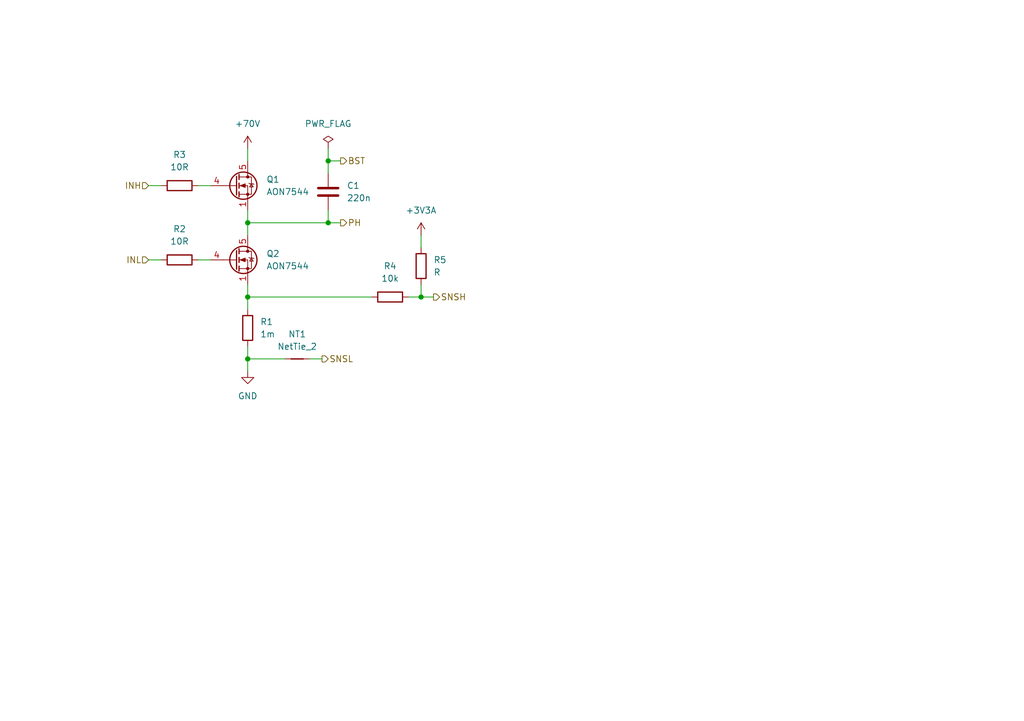
<source format=kicad_sch>
(kicad_sch (version 20231120) (generator "eeschema") (generator_version "8.0")
  (paper "A5")
  (lib_symbols
    (symbol "Device:C" (pin_numbers hide) (pin_names (offset 0.254))
      (property "Reference" "C" (at 0.635 2.54 0))
      (property "Value" "C" (at 0.635 -2.54 0))
      (symbol "C_0_1"
        (polyline (pts (xy -2.032 -0.762) (xy 2.032 -0.762)) (stroke (width 0.508)))
        (polyline (pts (xy -2.032 0.762) (xy 2.032 0.762)) (stroke (width 0.508)))
      )
      (symbol "C_1_1"
        (pin passive line (at 0 3.81 270) (length 2.794) (name "~") (number "1"))
        (pin passive line (at 0 -3.81 90) (length 2.794) (name "~") (number "2"))
      )
    )
    (symbol "Device:NetTie_2" (pin_numbers hide) (pin_names (offset 0) hide) (in_bom no)
      (property "Reference" "NT" (at 0 1.27 0))
      (property "Value" "NetTie_2" (at 0 -1.27 0))
      (symbol "NetTie_2_0_1"
        (polyline (pts (xy -1.27 0) (xy 1.27 0)) (stroke (width 0.254)))
      )
      (symbol "NetTie_2_1_1"
        (pin passive line (at -2.54 0 0) (length 2.54) (name "1") (number "1"))
        (pin passive line (at 2.54 0 180) (length 2.54) (name "2") (number "2"))
      )
    )
    (symbol "Device:R" (pin_numbers hide) (pin_names (offset 0))
      (property "Reference" "R" (at 2.032 0 90))
      (property "Value" "R" (at 0 0 90))
      (symbol "R_0_1"
        (rectangle (start -1.016 -2.54) (end 1.016 2.54) (stroke (width 0.254)))
      )
      (symbol "R_1_1"
        (pin passive line (at 0 3.81 270) (length 1.27) (name "~") (number "1"))
        (pin passive line (at 0 -3.81 90) (length 1.27) (name "~") (number "2"))
      )
    )
    (symbol "User_Symbols:AON7544" (pin_names hide)
      (property "Reference" "Q" (at -4.572 4.064 0))
      (property "Value" "AON7544" (at -7.112 -4.064 0))
      (symbol "AON7544_0_1"
        (circle (center -0.889 0) (radius 2.794) (stroke (width 0.254)))
        (circle (center 0 -1.778) (radius 0.254) (fill (type outline)))
        (polyline (pts (xy -2.286 0) (xy -5.08 0)))
        (polyline (pts (xy -2.286 1.905) (xy -2.286 -1.905)) (stroke (width 0.254)))
        (polyline (pts (xy -1.778 -1.27) (xy -1.778 -2.286)) (stroke (width 0.254)))
        (polyline (pts (xy -1.778 0.508) (xy -1.778 -0.508)) (stroke (width 0.254)))
        (polyline (pts (xy -1.778 2.286) (xy -1.778 1.27)) (stroke (width 0.254)))
        (polyline (pts (xy 0 2.54) (xy 0 1.778)))
        (polyline (pts (xy 0 -2.54) (xy 0 0) (xy -1.778 0)))
        (polyline (pts (xy -1.778 -1.778) (xy 0.762 -1.778) (xy 0.762 1.778) (xy -1.778 1.778)))
        (polyline (pts (xy -1.524 0) (xy -0.508 0.381) (xy -0.508 -0.381) (xy -1.524 0)) (fill (type outline)))
        (polyline (pts (xy 0.254 0.508) (xy 0.381 0.381) (xy 1.143 0.381) (xy 1.27 0.254)))
        (polyline (pts (xy 0.762 0.381) (xy 0.381 -0.254) (xy 1.143 -0.254) (xy 0.762 0.381)))
        (circle (center 0 1.778) (radius 0.254) (fill (type outline)))
      )
      (symbol "AON7544_1_1"
        (pin passive line (at 0 -5.08 90) (length 2.54) (name "S") (number "1"))
        (pin passive line (at 0 -5.08 90) (length 2.54) hide (name "S") (number "2"))
        (pin passive line (at 0 -5.08 90) (length 2.54) hide (name "S") (number "3"))
        (pin input line (at -7.62 0 0) (length 2.54) (name "G") (number "4"))
        (pin passive line (at 0 5.08 270) (length 2.54) (name "D") (number "5"))
        (pin passive line (at 0 5.08 270) (length 2.54) hide (name "D") (number "6"))
        (pin passive line (at 0 5.08 270) (length 2.54) hide (name "D") (number "7"))
        (pin passive line (at 0 5.08 270) (length 2.54) hide (name "D") (number "8"))
      )
    )
    (symbol "power:+3V3" (power) (pin_numbers hide) (pin_names (offset 0) hide)
      (property "Value" "+3V3" (at 0 3.556 0))
      (symbol "+3V3_0_1"
        (polyline (pts (xy -0.762 1.27) (xy 0 2.54)))
        (polyline (pts (xy 0 0) (xy 0 2.54)))
        (polyline (pts (xy 0 2.54) (xy 0.762 1.27)))
      )
      (symbol "+3V3_1_1"
        (pin power_in line (at 0 0 90) (length 0) (name "~") (number "1"))
      )
    )
    (symbol "power:+48V" (power) (pin_numbers hide) (pin_names (offset 0) hide)
      (property "Value" "+48V" (at 0 3.556 0))
      (symbol "+48V_0_1"
        (polyline (pts (xy -0.762 1.27) (xy 0 2.54)))
        (polyline (pts (xy 0 0) (xy 0 2.54)))
        (polyline (pts (xy 0 2.54) (xy 0.762 1.27)))
      )
      (symbol "+48V_1_1"
        (pin power_in line (at 0 0 90) (length 0) (name "~") (number "1"))
      )
    )
    (symbol "power:GND" (power) (pin_numbers hide) (pin_names (offset 0) hide)
      (property "Value" "GND" (at 0 -3.81 0))
      (symbol "GND_0_1"
        (polyline (pts (xy 0 0) (xy 0 -1.27) (xy 1.27 -1.27) (xy 0 -2.54) (xy -1.27 -1.27) (xy 0 -1.27)))
      )
      (symbol "GND_1_1"
        (pin power_in line (at 0 0 270) (length 0) (name "~") (number "1"))
      )
    )
    (symbol "power:PWR_FLAG" (power) (pin_numbers hide) (pin_names (offset 0) hide)
      (property "Value" "PWR_FLAG" (at 0 3.81 0))
      (symbol "PWR_FLAG_0_0"
        (pin power_out line (at 0 0 90) (length 0) (name "~") (number "1"))
      )
      (symbol "PWR_FLAG_0_1"
        (polyline (pts (xy 0 0) (xy 0 1.27) (xy -1.016 1.905) (xy 0 2.54) (xy 1.016 1.905) (xy 0 1.27)))
      )
    )
  )
  (junction (at 50.8 73.66))
  (junction (at 67.31 33.02))
  (junction (at 67.31 45.72))
  (junction (at 50.8 45.72))
  (junction (at 86.36 60.96))
  (junction (at 50.8 60.96))
  (wire (pts (xy 86.36 60.96) (xy 88.9 60.96)))
  (wire (pts (xy 86.36 48.26) (xy 86.36 50.8)))
  (wire (pts (xy 30.48 53.34) (xy 33.02 53.34)))
  (wire (pts (xy 50.8 45.72) (xy 67.31 45.72)))
  (wire (pts (xy 67.31 30.48) (xy 67.31 33.02)))
  (wire (pts (xy 50.8 45.72) (xy 50.8 48.26)))
  (wire (pts (xy 50.8 71.12) (xy 50.8 73.66)))
  (wire (pts (xy 30.48 38.1) (xy 33.02 38.1)))
  (wire (pts (xy 40.64 53.34) (xy 43.18 53.34)))
  (wire (pts (xy 50.8 73.66) (xy 58.42 73.66)))
  (wire (pts (xy 50.8 30.48) (xy 50.8 33.02)))
  (wire (pts (xy 50.8 58.42) (xy 50.8 60.96)))
  (wire (pts (xy 67.31 33.02) (xy 67.31 35.56)))
  (wire (pts (xy 50.8 43.18) (xy 50.8 45.72)))
  (wire (pts (xy 67.31 45.72) (xy 69.85 45.72)))
  (wire (pts (xy 50.8 60.96) (xy 76.2 60.96)))
  (wire (pts (xy 50.8 60.96) (xy 50.8 63.5)))
  (wire (pts (xy 63.5 73.66) (xy 66.04 73.66)))
  (wire (pts (xy 50.8 73.66) (xy 50.8 76.2)))
  (wire (pts (xy 40.64 38.1) (xy 43.18 38.1)))
  (wire (pts (xy 67.31 45.72) (xy 67.31 43.18)))
  (wire (pts (xy 86.36 58.42) (xy 86.36 60.96)))
  (wire (pts (xy 67.31 33.02) (xy 69.85 33.02)))
  (wire (pts (xy 83.82 60.96) (xy 86.36 60.96)))
  (hierarchical_label "INL" (shape input) (at 30.48 53.34 180))
  (hierarchical_label "PH" (shape output) (at 69.85 45.72 0))
  (hierarchical_label "BST" (shape output) (at 69.85 33.02 0))
  (hierarchical_label "INH" (shape input) (at 30.48 38.1 180))
  (hierarchical_label "SNSL" (shape output) (at 66.04 73.66 0))
  (hierarchical_label "SNSH" (shape output) (at 88.9 60.96 0))
  (symbol (lib_id "Device:NetTie_2") (at 60.96 73.66 0) (unit 1) (in_bom no)
    (property "Reference" "NT1" (at 60.96 68.58 0))
    (property "Value" "NetTie_2" (at 60.96 71.12 0))
    (property "Description" "Net tie, 2 pins" (effects (hide yes)))
  )
  (symbol (lib_id "User_Symbols:AON7544") (at 50.8 38.1 0) (unit 1)
    (property "Reference" "Q1" (at 54.61 36.8299 0) (effects (justify left)))
    (property "Value" "AON7544" (at 54.61 39.3699 0) (effects (justify left)))
    (property "Footprint" "User_Footprints:DFN3x3A_8L_EP1_P" (effects (hide yes)))
    (property "Datasheet" "https://www.lcsc.com/datasheet/lcsc_datasheet_1912111437_Alpha---Omega-Semicon-AON7544_C315567.pdf" (effects (hide yes)))
    (property "Description" "N-Channel MOSFET" (effects (hide yes)))
  )
  (symbol (lib_id "Device:R") (at 86.36 54.61 0) (unit 1)
    (property "Reference" "R5" (at 88.9 53.3399 0) (effects (justify left)))
    (property "Value" "R" (at 88.9 55.8799 0) (effects (justify left)))
    (property "Description" "Resistor" (effects (hide yes)))
  )
  (symbol (lib_id "power:+3V3") (at 86.36 48.26 0) (unit 1)
    (property "Reference" "#PWR03" (effects (hide yes)))
    (property "Value" "+3V3A" (at 86.36 43.18 0))
    (property "Description" "Power symbol creates a global label with name \"+3V3\"" (effects (hide yes)))
  )
  (symbol (lib_id "Device:R") (at 36.83 53.34 90) (unit 1)
    (property "Reference" "R2" (at 36.83 46.99 90))
    (property "Value" "10R" (at 36.83 49.53 90))
    (property "Description" "Resistor" (effects (hide yes)))
  )
  (symbol (lib_id "Device:C") (at 67.31 39.37 0) (unit 1)
    (property "Reference" "C1" (at 71.12 38.0999 0) (effects (justify left)))
    (property "Value" "220n" (at 71.12 40.6399 0) (effects (justify left)))
    (property "Description" "Unpolarized capacitor" (effects (hide yes)))
  )
  (symbol (lib_id "Device:R") (at 80.01 60.96 90) (unit 1)
    (property "Reference" "R4" (at 80.01 54.61 90))
    (property "Value" "10k" (at 80.01 57.15 90))
    (property "Description" "Resistor" (effects (hide yes)))
  )
  (symbol (lib_id "power:PWR_FLAG") (at 67.31 30.48 0) (unit 1)
    (property "Reference" "#FLG01" (effects (hide yes)))
    (property "Value" "PWR_FLAG" (at 67.31 25.4 0))
    (property "Description" "Special symbol for telling ERC where power comes from" (effects (hide yes)))
  )
  (symbol (lib_id "Device:R") (at 50.8 67.31 0) (unit 1)
    (property "Reference" "R1" (at 53.34 66.0399 0) (effects (justify left)))
    (property "Value" "1m" (at 53.34 68.5799 0) (effects (justify left)))
    (property "Description" "Resistor" (effects (hide yes)))
  )
  (symbol (lib_id "User_Symbols:AON7544") (at 50.8 53.34 0) (unit 1)
    (property "Reference" "Q2" (at 54.61 52.0699 0) (effects (justify left)))
    (property "Value" "AON7544" (at 54.61 54.6099 0) (effects (justify left)))
    (property "Footprint" "User_Footprints:DFN3x3A_8L_EP1_P" (effects (hide yes)))
    (property "Datasheet" "https://www.lcsc.com/datasheet/lcsc_datasheet_1912111437_Alpha---Omega-Semicon-AON7544_C315567.pdf" (effects (hide yes)))
    (property "Description" "N-Channel MOSFET" (effects (hide yes)))
  )
  (symbol (lib_id "Device:R") (at 36.83 38.1 90) (unit 1)
    (property "Reference" "R3" (at 36.83 31.75 90))
    (property "Value" "10R" (at 36.83 34.29 90))
    (property "Description" "Resistor" (effects (hide yes)))
  )
  (symbol (lib_id "power:+48V") (at 50.8 30.48 0) (unit 1)
    (property "Reference" "#PWR02" (effects (hide yes)))
    (property "Value" "+70V" (at 50.8 25.4 0))
    (property "Description" "Power symbol creates a global label with name \"+48V\"" (effects (hide yes)))
  )
  (symbol (lib_id "power:GND") (at 50.8 76.2 0) (unit 1)
    (property "Reference" "#PWR01" (effects (hide yes)))
    (property "Value" "GND" (at 50.8 81.28 0))
    (property "Description" "Power symbol creates a global label with name \"GND\" , ground" (effects (hide yes)))
  )
)
</source>
